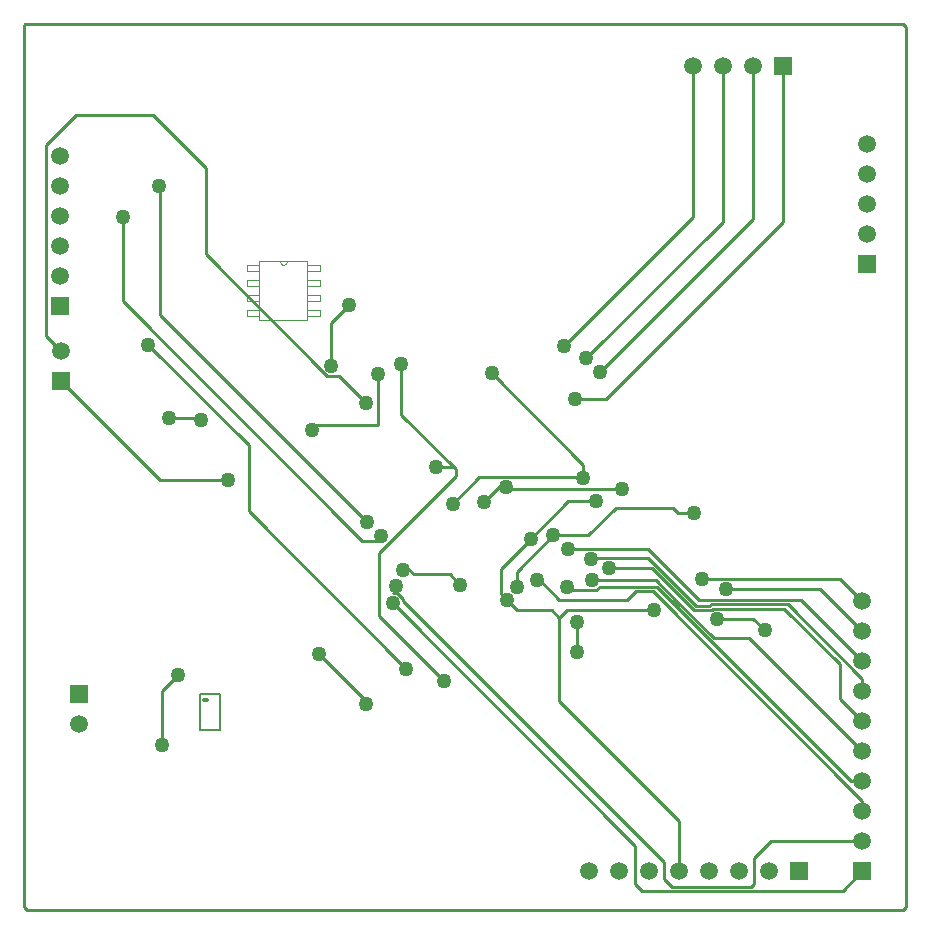
<source format=gbl>
G04*
G04 #@! TF.GenerationSoftware,Altium Limited,Altium Designer,18.1.7 (191)*
G04*
G04 Layer_Physical_Order=2*
G04 Layer_Color=16711680*
%FSLAX25Y25*%
%MOIN*%
G70*
G01*
G75*
%ADD13C,0.01181*%
%ADD16C,0.00500*%
%ADD17C,0.01000*%
%ADD18C,0.00000*%
%ADD51R,0.05906X0.05906*%
%ADD52C,0.05906*%
%ADD53R,0.05906X0.05906*%
%ADD54C,0.05000*%
D13*
X161043Y169524D02*
X160256D01*
X161043D01*
D16*
X165346Y159650D02*
Y171461D01*
X158654Y159650D02*
X165346D01*
X158654D02*
Y171461D01*
X165346D01*
D17*
X260923Y240500D02*
X261423Y240000D01*
X299374D01*
X276500Y224457D02*
X288279D01*
X297323Y233500D01*
X316500D01*
X318208Y231792D01*
X323292D01*
X328593Y202861D02*
X359139D01*
X328567Y202835D02*
X328593Y202861D01*
X329173Y201461D02*
X354696D01*
X328712Y201000D02*
X329173Y201461D01*
X329753Y200061D02*
X353439D01*
X329292Y199600D02*
X329753Y200061D01*
X269000Y223216D02*
X281575Y235792D01*
X290692D01*
X214046Y168213D02*
Y169254D01*
X198299Y185000D02*
X214046Y169254D01*
X196213Y261118D02*
X218000D01*
X284500Y185500D02*
Y195500D01*
X278516Y197000D02*
X281016Y199500D01*
X276000Y199516D02*
X278516Y197000D01*
Y169353D02*
Y197000D01*
X275984Y199500D02*
X276000Y199516D01*
X264500Y199500D02*
X275984D01*
X278516Y169353D02*
X318500Y129368D01*
X308100Y216900D02*
X324000Y201000D01*
X289400Y216900D02*
X308100D01*
X324000Y201000D02*
X328712D01*
X295000Y213500D02*
X309520D01*
X323420Y199600D01*
X289000Y216500D02*
X289400Y216900D01*
X375768Y142500D02*
X379500D01*
X311103Y207165D02*
X375768Y142500D01*
X291974Y207165D02*
X311103D01*
X341759Y190241D02*
X379500Y152500D01*
X330007Y190241D02*
X341759D01*
X317600Y202648D02*
X317600D01*
X330007Y190241D01*
X289500Y209500D02*
X310748D01*
X317600Y202648D01*
X309687Y205765D02*
X379500Y135953D01*
X303988Y205765D02*
X309687D01*
X281016Y199500D02*
X310000D01*
X343500Y117000D02*
X349000Y122500D01*
X343500Y108400D02*
Y117000D01*
X342500Y107400D02*
X343500Y108400D01*
X316100Y107400D02*
X342500D01*
X313500Y110000D02*
X316100Y107400D01*
X313500Y110000D02*
Y115500D01*
X226400Y202600D02*
X313500Y115500D01*
X303903Y108097D02*
X306000Y106000D01*
X303903Y108097D02*
Y121058D01*
X318500Y112500D02*
Y129368D01*
X196213Y259500D02*
Y261118D01*
X218000D02*
Y278200D01*
X225799Y264701D02*
Y281701D01*
Y264701D02*
X243406Y247094D01*
X112500Y276000D02*
X145500Y243000D01*
X168000D01*
X175000Y232500D02*
Y254500D01*
X141500Y288000D02*
X175000Y254500D01*
X107500Y291000D02*
X112500Y286000D01*
X107500Y291000D02*
Y354500D01*
X117500Y364500D01*
X143000D01*
X160650Y346850D01*
Y318139D02*
Y346850D01*
Y318139D02*
X201189Y277600D01*
X204991D01*
X214046Y268546D01*
X258500Y240500D02*
X260923D01*
X243000Y235000D02*
X251900Y243900D01*
X286069D01*
X286484Y243484D01*
X253594Y235594D02*
X258500Y240500D01*
X243406Y247094D02*
X244000Y246500D01*
X237406Y247094D02*
X243406D01*
X286484Y243484D02*
Y247972D01*
X255956Y278500D02*
X286484Y247972D01*
X259000Y213216D02*
X269000Y223216D01*
X264382Y212338D02*
X276500Y224457D01*
X264382Y207335D02*
Y212338D01*
X259000Y205000D02*
Y213216D01*
Y205000D02*
X261039Y202961D01*
X223083Y205361D02*
X224408D01*
X349000Y122500D02*
X379500D01*
X306000Y106000D02*
X373000D01*
X226400Y202600D02*
Y203369D01*
X224408Y205361D02*
X226400Y203369D01*
X223083Y205361D02*
X224000Y206278D01*
Y207500D01*
X218500Y197500D02*
Y218709D01*
X226500Y213000D02*
X228500D01*
X230000Y211500D01*
X218500Y197500D02*
X240000Y176000D01*
X218500Y218709D02*
X244000Y244209D01*
X223000Y201961D02*
X303903Y121058D01*
X373000Y106000D02*
X379500Y112500D01*
X244000Y244209D02*
Y246500D01*
X278516Y203000D02*
X301223D01*
X272016Y209500D02*
X278516Y203000D01*
X301223D02*
X303988Y205765D01*
X282388Y206100D02*
X290908D01*
X281154Y207335D02*
X282388Y206100D01*
X290908D02*
X291974Y207165D01*
X379500Y132500D02*
Y135953D01*
X271235Y209500D02*
X272016D01*
X372000Y170000D02*
X379500Y162500D01*
X372000Y170000D02*
Y181500D01*
X353439Y200061D02*
X372000Y181500D01*
X359139Y202861D02*
X379500Y182500D01*
X354696Y201461D02*
X379500Y176657D01*
X325165Y202835D02*
X328567D01*
X323420Y199600D02*
X329292D01*
X281323Y219823D02*
X281400Y219900D01*
X379500Y172500D02*
Y176657D01*
X308100Y219900D02*
X325165Y202835D01*
X281400Y219900D02*
X308100D01*
X365500Y206500D02*
X379500Y192500D01*
X334000Y206500D02*
X365500D01*
X326000Y210000D02*
X372000D01*
X379500Y202500D01*
X202597Y281000D02*
Y295297D01*
X208500Y301200D01*
X148500Y263500D02*
X158500D01*
X159157Y262843D01*
X175000Y232500D02*
X227500Y180000D01*
X133000Y302500D02*
Y330500D01*
Y302500D02*
X212823Y222677D01*
X217500D01*
X219000Y224177D01*
X145500Y297953D02*
Y340870D01*
X145000D02*
X145500D01*
Y297953D02*
X214500Y228953D01*
X353000Y329000D02*
Y381000D01*
X293979Y269979D02*
X353000Y329000D01*
X283665Y269979D02*
X293979D01*
X343000Y330000D02*
Y381000D01*
X292000Y279000D02*
X343000Y330000D01*
X333000Y329000D02*
Y381000D01*
X287500Y283500D02*
X333000Y329000D01*
X280000Y287500D02*
X323000Y330500D01*
Y381000D01*
X343201Y196661D02*
X347000Y192862D01*
X331161Y196661D02*
X343201D01*
X230000Y211500D02*
X242000D01*
X245500Y208000D01*
X146000Y172500D02*
X151500Y178000D01*
X146000Y154500D02*
Y172500D01*
X261039Y202961D02*
X264500Y199500D01*
X394000Y100500D02*
Y394000D01*
X393000Y99500D02*
X394000Y100500D01*
X101000Y99500D02*
X393000D01*
X100000Y100500D02*
X101000Y99500D01*
X100000Y100500D02*
Y394500D01*
X100500Y395000D01*
X393000D01*
X394000Y394000D01*
D18*
X185300Y315800D02*
X185652Y314951D01*
X186500Y314600D01*
X187348Y314951D01*
X187700Y315800D01*
X178600Y296200D02*
Y315800D01*
X185300D01*
X187700D01*
X194400D01*
Y296200D02*
Y315800D01*
X178600Y296200D02*
X194400D01*
Y314500D02*
X198700D01*
Y312500D02*
Y314500D01*
X194400Y312500D02*
X198700D01*
X194400D02*
Y314500D01*
Y309500D02*
X198700D01*
Y307500D02*
Y309500D01*
X194400Y307500D02*
X198700D01*
X194400D02*
Y309500D01*
Y304500D02*
X198700D01*
Y302500D02*
Y304500D01*
X194400Y302500D02*
X198700D01*
X194400D02*
Y304500D01*
Y299500D02*
X198700D01*
Y297500D02*
Y299500D01*
X194400Y297500D02*
X198700D01*
X194400D02*
Y299500D01*
X174300Y297500D02*
X178600D01*
X174300D02*
Y299500D01*
X178600D01*
Y297500D02*
Y299500D01*
X174300Y302500D02*
X178600D01*
X174300D02*
Y304500D01*
X178600D01*
Y302500D02*
Y304500D01*
X174300Y307500D02*
X178600D01*
X174300D02*
Y309500D01*
X178600D01*
Y307500D02*
Y309500D01*
X174300Y312500D02*
X178600D01*
X174300D02*
Y314500D01*
X178600D01*
Y312500D02*
Y314500D01*
D51*
X112500Y276000D02*
D03*
X118500Y171500D02*
D03*
X379500Y112500D02*
D03*
X381000Y315000D02*
D03*
X112000Y300870D02*
D03*
D52*
X112500Y286000D02*
D03*
X118500Y161500D02*
D03*
X379500Y132500D02*
D03*
Y202500D02*
D03*
Y192500D02*
D03*
Y182500D02*
D03*
Y172500D02*
D03*
Y162500D02*
D03*
Y152500D02*
D03*
Y142500D02*
D03*
Y122500D02*
D03*
X288500Y112500D02*
D03*
X298500D02*
D03*
X308500D02*
D03*
X318500D02*
D03*
X328500D02*
D03*
X338500D02*
D03*
X348500D02*
D03*
X381000Y325000D02*
D03*
Y335000D02*
D03*
Y345000D02*
D03*
Y355000D02*
D03*
X343000Y381000D02*
D03*
X333000D02*
D03*
X323000D02*
D03*
X112000Y310870D02*
D03*
Y320870D02*
D03*
Y330870D02*
D03*
Y340870D02*
D03*
Y350870D02*
D03*
D53*
X358500Y112500D02*
D03*
X353000Y381000D02*
D03*
D54*
X299374Y240000D02*
D03*
X323292Y231792D02*
D03*
X290692Y235792D02*
D03*
X214046Y168213D02*
D03*
X284500Y195500D02*
D03*
Y185500D02*
D03*
X295000Y213500D02*
D03*
X310000Y199500D02*
D03*
X196213Y259500D02*
D03*
X218000Y278200D02*
D03*
X225799Y281701D02*
D03*
X168000Y243000D02*
D03*
X214046Y268546D02*
D03*
X260923Y240500D02*
D03*
X253594Y235594D02*
D03*
X237406Y247094D02*
D03*
X255956Y278500D02*
D03*
X243000Y235000D02*
D03*
X286484Y243484D02*
D03*
X269000Y223216D02*
D03*
X264382Y207335D02*
D03*
X276500Y224457D02*
D03*
X226500Y213000D02*
D03*
X224000Y207500D02*
D03*
X223000Y201961D02*
D03*
X271235Y209500D02*
D03*
X281154Y207335D02*
D03*
X289500Y209500D02*
D03*
X281323Y219823D02*
D03*
X289000Y216500D02*
D03*
X334000Y206500D02*
D03*
X326000Y210000D02*
D03*
X202597Y281000D02*
D03*
X208500Y301200D02*
D03*
X240000Y176000D02*
D03*
X148500Y263500D02*
D03*
X159157Y262843D02*
D03*
X227500Y180000D02*
D03*
X141500Y288000D02*
D03*
X133000Y330500D02*
D03*
X219000Y224177D02*
D03*
X145000Y340870D02*
D03*
X214500Y228953D02*
D03*
X283665Y269979D02*
D03*
X292000Y279000D02*
D03*
X287500Y283500D02*
D03*
X280000Y287500D02*
D03*
X198299Y185000D02*
D03*
X347000Y192862D02*
D03*
X331161Y196661D02*
D03*
X245500Y208000D02*
D03*
X151500Y178000D02*
D03*
X146000Y154500D02*
D03*
X261039Y202961D02*
D03*
M02*

</source>
